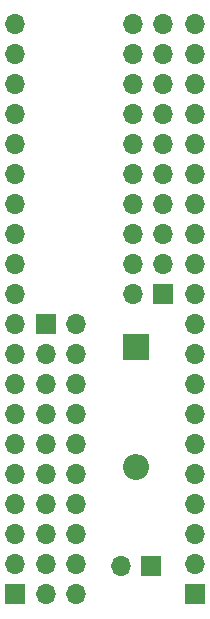
<source format=gbr>
%TF.GenerationSoftware,KiCad,Pcbnew,7.0.1*%
%TF.CreationDate,2023-06-01T10:46:18-07:00*%
%TF.ProjectId,tn_vdp_v2_socket,746e5f76-6470-45f7-9632-5f736f636b65,rev?*%
%TF.SameCoordinates,Original*%
%TF.FileFunction,Soldermask,Bot*%
%TF.FilePolarity,Negative*%
%FSLAX46Y46*%
G04 Gerber Fmt 4.6, Leading zero omitted, Abs format (unit mm)*
G04 Created by KiCad (PCBNEW 7.0.1) date 2023-06-01 10:46:18*
%MOMM*%
%LPD*%
G01*
G04 APERTURE LIST*
%ADD10R,2.200000X2.200000*%
%ADD11O,2.200000X2.200000*%
%ADD12R,1.700000X1.700000*%
%ADD13O,1.700000X1.700000*%
G04 APERTURE END LIST*
D10*
%TO.C,D1*%
X172250000Y-77500000D03*
D11*
X172250000Y-87660000D03*
%TD*%
D12*
%TO.C,J3*%
X164592000Y-75565000D03*
D13*
X167132000Y-75565000D03*
X164592000Y-78105000D03*
X167132000Y-78105000D03*
X164592000Y-80645000D03*
X167132000Y-80645000D03*
X164592000Y-83185000D03*
X167132000Y-83185000D03*
X164592000Y-85725000D03*
X167132000Y-85725000D03*
X164592000Y-88265000D03*
X167132000Y-88265000D03*
X164592000Y-90805000D03*
X167132000Y-90805000D03*
X164592000Y-93345000D03*
X167132000Y-93345000D03*
X164592000Y-95885000D03*
X167132000Y-95885000D03*
X164592000Y-98425000D03*
X167132000Y-98425000D03*
%TD*%
D12*
%TO.C,J5*%
X173525000Y-96000000D03*
D13*
X170985000Y-96000000D03*
%TD*%
D12*
%TO.C,J4*%
X174498000Y-73025000D03*
D13*
X171958000Y-73025000D03*
X174498000Y-70485000D03*
X171958000Y-70485000D03*
X174498000Y-67945000D03*
X171958000Y-67945000D03*
X174498000Y-65405000D03*
X171958000Y-65405000D03*
X174498000Y-62865000D03*
X171958000Y-62865000D03*
X174498000Y-60325000D03*
X171958000Y-60325000D03*
X174498000Y-57785000D03*
X171958000Y-57785000D03*
X174498000Y-55245000D03*
X171958000Y-55245000D03*
X174498000Y-52705000D03*
X171958000Y-52705000D03*
X174498000Y-50165000D03*
X171958000Y-50165000D03*
%TD*%
D12*
%TO.C,J2*%
X161975800Y-98420000D03*
D13*
X161975800Y-95880000D03*
X161975800Y-93340000D03*
X161975800Y-90800000D03*
X161975800Y-88260000D03*
X161975800Y-85720000D03*
X161975800Y-83180000D03*
X161975800Y-80640000D03*
X161975800Y-78100000D03*
X161975800Y-75560000D03*
X161975800Y-73020000D03*
X161975800Y-70480000D03*
X161975800Y-67940000D03*
X161975800Y-65400000D03*
X161975800Y-62860000D03*
X161975800Y-60320000D03*
X161975800Y-57780000D03*
X161975800Y-55240000D03*
X161975800Y-52700000D03*
X161975800Y-50160000D03*
%TD*%
D12*
%TO.C,J1*%
X177215800Y-98420000D03*
D13*
X177215800Y-95880000D03*
X177215800Y-93340000D03*
X177215800Y-90800000D03*
X177215800Y-88260000D03*
X177215800Y-85720000D03*
X177215800Y-83180000D03*
X177215800Y-80640000D03*
X177215800Y-78100000D03*
X177215800Y-75560000D03*
X177215800Y-73020000D03*
X177215800Y-70480000D03*
X177215800Y-67940000D03*
X177215800Y-65400000D03*
X177215800Y-62860000D03*
X177215800Y-60320000D03*
X177215800Y-57780000D03*
X177215800Y-55240000D03*
X177215800Y-52700000D03*
X177215800Y-50160000D03*
%TD*%
M02*

</source>
